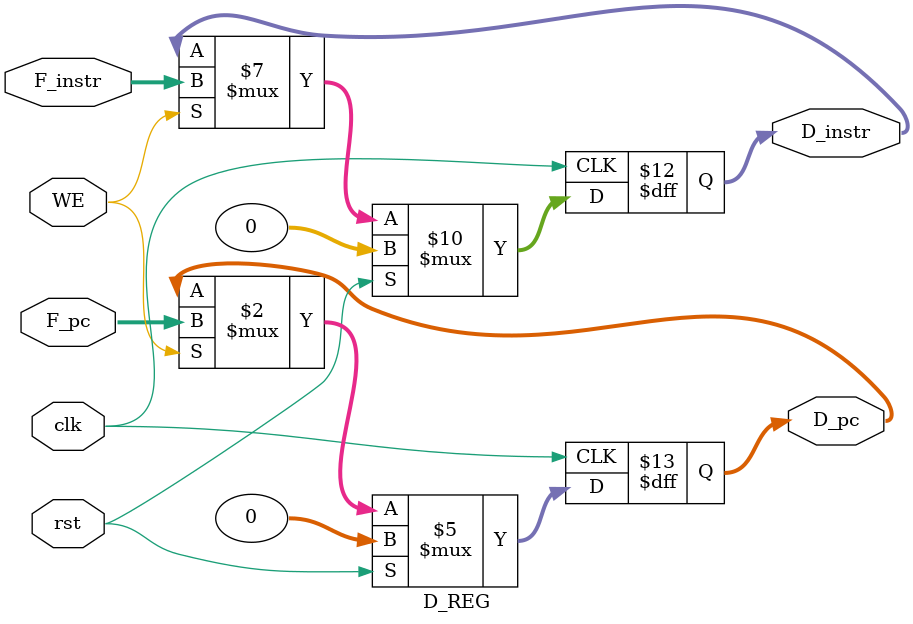
<source format=v>
`timescale 1ns / 1ps
`include "defines.v"

module D_REG (
    input clk,
    input rst,
    input WE,
    input [31:0] F_instr,
    input [31:0] F_pc,
    output reg [31:0] D_instr,
    output reg [31:0] D_pc
    );

    always @(posedge clk) begin
        if(rst) begin
            D_instr <= 0;
            D_pc <= 0;
        end else if(WE) begin
            D_instr <= F_instr;
            D_pc <= F_pc;
        end
    end
    
endmodule
</source>
